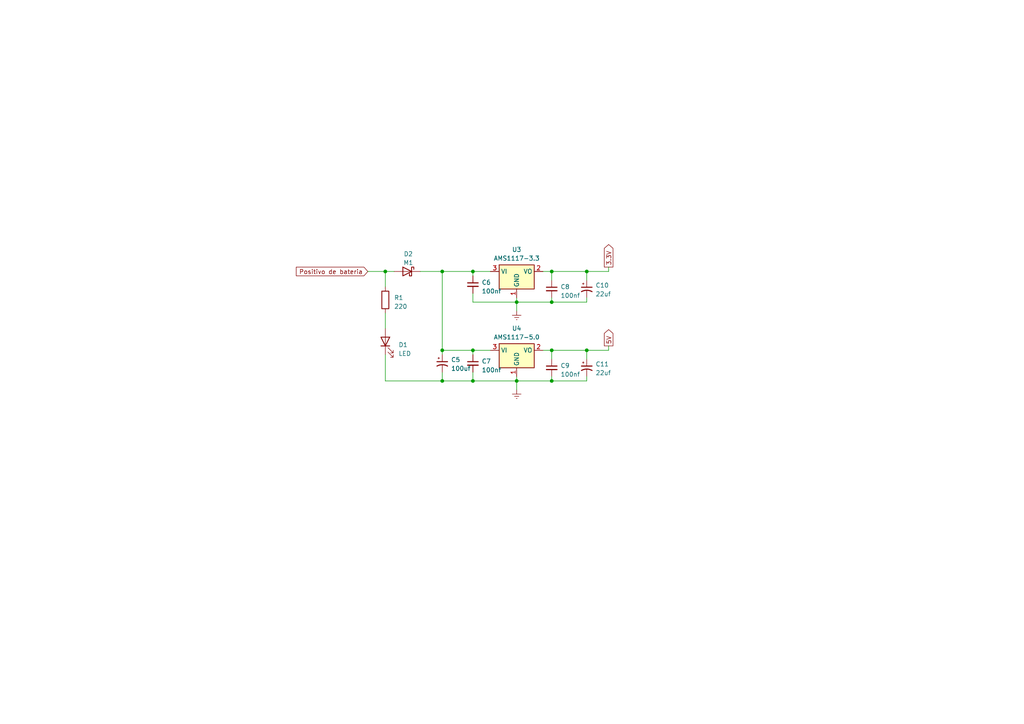
<source format=kicad_sch>
(kicad_sch (version 20230121) (generator eeschema)
  (paper "A4")
  (lib_symbols
    (symbol "Device:C_Polarized_Small_US" (pin_numbers hide) (pin_names (offset 0.254) hide)
      (property "Reference" "C" (at 0.254 1.778 0))
      (property "Value" "C_Polarized_Small_US" (at 0.254 -2.032 0))
      (symbol "C_Polarized_Small_US_0_1"
        (polyline (pts (xy -1.524 0.508) (xy 1.524 0.508)) (stroke (width 0.3048)))
        (polyline (pts (xy -1.27 1.524) (xy -0.762 1.524)))
        (polyline (pts (xy -1.016 1.27) (xy -1.016 1.778)))
        (arc (start 1.524 -0.762) (mid 0 -0.3734) (end -1.524 -0.762) (stroke (width 0.3048)))
      )
      (symbol "C_Polarized_Small_US_1_1"
        (pin passive line (at 0 2.54 270) (length 2.032) (name "~") (number "1"))
        (pin passive line (at 0 -2.54 90) (length 2.032) (name "~") (number "2"))
      )
    )
    (symbol "Device:C_Small" (pin_numbers hide) (pin_names (offset 0.254) hide)
      (property "Reference" "C" (at 0.254 1.778 0))
      (property "Value" "C_Small" (at 0.254 -2.032 0))
      (symbol "C_Small_0_1"
        (polyline (pts (xy -1.524 -0.508) (xy 1.524 -0.508)) (stroke (width 0.3302)))
        (polyline (pts (xy -1.524 0.508) (xy 1.524 0.508)) (stroke (width 0.3048)))
      )
      (symbol "C_Small_1_1"
        (pin passive line (at 0 2.54 270) (length 2.032) (name "~") (number "1"))
        (pin passive line (at 0 -2.54 90) (length 2.032) (name "~") (number "2"))
      )
    )
    (symbol "Device:LED" (pin_numbers hide) (pin_names (offset 1.016) hide)
      (property "Reference" "D" (at 0 2.54 0))
      (property "Value" "LED" (at 0 -2.54 0))
      (symbol "LED_0_1"
        (polyline (pts (xy -1.27 -1.27) (xy -1.27 1.27)) (stroke (width 0.254)))
        (polyline (pts (xy -1.27 0) (xy 1.27 0)))
        (polyline (pts (xy 1.27 -1.27) (xy 1.27 1.27) (xy -1.27 0) (xy 1.27 -1.27)) (stroke (width 0.254)))
        (polyline (pts (xy -3.048 -0.762) (xy -4.572 -2.286) (xy -3.81 -2.286) (xy -4.572 -2.286) (xy -4.572 -1.524)))
        (polyline (pts (xy -1.778 -0.762) (xy -3.302 -2.286) (xy -2.54 -2.286) (xy -3.302 -2.286) (xy -3.302 -1.524)))
      )
      (symbol "LED_1_1"
        (pin passive line (at -3.81 0 0) (length 2.54) (name "K") (number "1"))
        (pin passive line (at 3.81 0 180) (length 2.54) (name "A") (number "2"))
      )
    )
    (symbol "Device:R" (pin_numbers hide) (pin_names (offset 0))
      (property "Reference" "R" (at 2.032 0 90))
      (property "Value" "R" (at 0 0 90))
      (symbol "R_0_1"
        (rectangle (start -1.016 -2.54) (end 1.016 2.54) (stroke (width 0.254)))
      )
      (symbol "R_1_1"
        (pin passive line (at 0 3.81 270) (length 1.27) (name "~") (number "1"))
        (pin passive line (at 0 -3.81 90) (length 1.27) (name "~") (number "2"))
      )
    )
    (symbol "Diode:B120-E3" (pin_numbers hide) (pin_names hide)
      (property "Reference" "D" (at 0 2.54 0))
      (property "Value" "B120-E3" (at 0 -2.54 0))
      (symbol "B120-E3_0_1"
        (polyline (pts (xy 1.27 0) (xy -1.27 0)))
        (polyline (pts (xy 1.27 1.27) (xy 1.27 -1.27) (xy -1.27 0) (xy 1.27 1.27)) (stroke (width 0.254)))
        (polyline (pts (xy -1.905 0.635) (xy -1.905 1.27) (xy -1.27 1.27) (xy -1.27 -1.27) (xy -0.635 -1.27) (xy -0.635 -0.635)) (stroke (width 0.254)))
      )
      (symbol "B120-E3_1_1"
        (pin passive line (at -3.81 0 0) (length 2.54) (name "K") (number "1"))
        (pin passive line (at 3.81 0 180) (length 2.54) (name "A") (number "2"))
      )
    )
    (symbol "Regulator_Linear:AMS1117-3.3"
      (property "Reference" "U" (at -3.81 3.175 0))
      (property "Value" "AMS1117-3.3" (at 0 3.175 0))
      (symbol "AMS1117-3.3_0_1"
        (rectangle (start -5.08 -5.08) (end 5.08 1.905) (stroke (width 0.254)) (fill (type background)))
      )
      (symbol "AMS1117-3.3_1_1"
        (pin power_in line (at 0 -7.62 90) (length 2.54) (name "GND") (number "1"))
        (pin power_out line (at 7.62 0 180) (length 2.54) (name "VO") (number "2"))
        (pin power_in line (at -7.62 0 0) (length 2.54) (name "VI") (number "3"))
      )
    )
    (symbol "Regulator_Linear:AMS1117-5.0"
      (property "Reference" "U" (at -3.81 3.175 0))
      (property "Value" "AMS1117-5.0" (at 0 3.175 0))
      (symbol "AMS1117-5.0_0_1"
        (rectangle (start -5.08 -5.08) (end 5.08 1.905) (stroke (width 0.254)) (fill (type background)))
      )
      (symbol "AMS1117-5.0_1_1"
        (pin power_in line (at 0 -7.62 90) (length 2.54) (name "GND") (number "1"))
        (pin power_out line (at 7.62 0 180) (length 2.54) (name "VO") (number "2"))
        (pin power_in line (at -7.62 0 0) (length 2.54) (name "VI") (number "3"))
      )
    )
    (symbol "power:Earth" (power) (pin_names (offset 0))
      (symbol "Earth_0_1"
        (polyline (pts (xy -0.635 -1.905) (xy 0.635 -1.905)))
        (polyline (pts (xy -0.127 -2.54) (xy 0.127 -2.54)))
        (polyline (pts (xy 0 -1.27) (xy 0 0)))
        (polyline (pts (xy 1.27 -1.27) (xy -1.27 -1.27)))
      )
      (symbol "Earth_1_1"
        (pin power_in line (at 0 0 270) (length 0) hide (name "Earth") (number "1"))
      )
    )
  )
  (junction (at 160.02 101.6))
  (junction (at 128.27 78.74))
  (junction (at 170.18 78.74))
  (junction (at 160.02 78.74))
  (junction (at 170.18 101.6))
  (junction (at 128.27 110.49))
  (junction (at 160.02 87.63))
  (junction (at 149.86 87.63))
  (junction (at 160.02 110.49))
  (junction (at 137.16 78.74))
  (junction (at 137.16 101.6))
  (junction (at 111.76 78.74))
  (junction (at 149.86 110.49))
  (junction (at 128.27 101.6))
  (junction (at 137.16 110.49))
  (wire (pts (xy 170.18 110.49) (xy 160.02 110.49)))
  (wire (pts (xy 111.76 110.49) (xy 128.27 110.49)))
  (wire (pts (xy 170.18 101.6) (xy 170.18 104.14)))
  (wire (pts (xy 137.16 101.6) (xy 142.24 101.6)))
  (wire (pts (xy 160.02 86.36) (xy 160.02 87.63)))
  (wire (pts (xy 149.86 87.63) (xy 160.02 87.63)))
  (wire (pts (xy 106.68 78.74) (xy 111.76 78.74)))
  (wire (pts (xy 137.16 78.74) (xy 142.24 78.74)))
  (wire (pts (xy 170.18 78.74) (xy 176.53 78.74)))
  (wire (pts (xy 160.02 109.22) (xy 160.02 110.49)))
  (wire (pts (xy 111.76 102.87) (xy 111.76 110.49)))
  (wire (pts (xy 128.27 107.95) (xy 128.27 110.49)))
  (wire (pts (xy 137.16 107.95) (xy 137.16 110.49)))
  (wire (pts (xy 170.18 101.6) (xy 176.53 101.6)))
  (wire (pts (xy 137.16 78.74) (xy 137.16 80.01)))
  (wire (pts (xy 149.86 87.63) (xy 149.86 90.17)))
  (wire (pts (xy 128.27 78.74) (xy 137.16 78.74)))
  (wire (pts (xy 160.02 78.74) (xy 160.02 81.28)))
  (wire (pts (xy 170.18 78.74) (xy 170.18 81.28)))
  (wire (pts (xy 128.27 110.49) (xy 137.16 110.49)))
  (wire (pts (xy 137.16 110.49) (xy 149.86 110.49)))
  (wire (pts (xy 157.48 101.6) (xy 160.02 101.6)))
  (wire (pts (xy 121.92 78.74) (xy 128.27 78.74)))
  (wire (pts (xy 111.76 83.185) (xy 111.76 78.74)))
  (wire (pts (xy 160.02 78.74) (xy 170.18 78.74)))
  (wire (pts (xy 149.86 87.63) (xy 149.86 86.36)))
  (wire (pts (xy 137.16 87.63) (xy 149.86 87.63)))
  (wire (pts (xy 149.86 110.49) (xy 149.86 109.22)))
  (wire (pts (xy 128.27 101.6) (xy 128.27 78.74)))
  (wire (pts (xy 176.53 101.6) (xy 176.53 100.33)))
  (wire (pts (xy 157.48 78.74) (xy 160.02 78.74)))
  (wire (pts (xy 160.02 101.6) (xy 160.02 104.14)))
  (wire (pts (xy 176.53 78.74) (xy 176.53 77.47)))
  (wire (pts (xy 160.02 87.63) (xy 170.18 87.63)))
  (wire (pts (xy 111.76 90.805) (xy 111.76 95.25)))
  (wire (pts (xy 149.86 110.49) (xy 149.86 113.03)))
  (wire (pts (xy 160.02 101.6) (xy 170.18 101.6)))
  (wire (pts (xy 111.76 78.74) (xy 114.3 78.74)))
  (wire (pts (xy 149.86 110.49) (xy 160.02 110.49)))
  (wire (pts (xy 137.16 101.6) (xy 137.16 102.87)))
  (wire (pts (xy 170.18 109.22) (xy 170.18 110.49)))
  (wire (pts (xy 170.18 86.36) (xy 170.18 87.63)))
  (wire (pts (xy 137.16 85.09) (xy 137.16 87.63)))
  (wire (pts (xy 128.27 101.6) (xy 137.16 101.6)))
  (wire (pts (xy 128.27 101.6) (xy 128.27 102.87)))
  (global_label "3.3V" (shape output) (at 176.53 77.47 90) (property "Intersheetrefs" "${INTERSHEET_REFS}" (effects hide)))
  (global_label "Positivo de bateria" (shape input) (at 106.68 78.74 180) (property "Intersheetrefs" "${INTERSHEET_REFS}" (effects hide)))
  (global_label "5V" (shape output) (at 176.53 100.33 90) (property "Intersheetrefs" "${INTERSHEET_REFS}" (effects hide)))
  (symbol (lib_id "Regulator_Linear:AMS1117-5.0") (at 149.86 101.6 0) (unit 1)
    (property "Reference" "U4" (at 149.86 95.25 0))
    (property "Value" "AMS1117-5.0" (at 149.86 97.79 0))
    (property "Footprint" "Package_TO_SOT_SMD:SOT-223-3_TabPin2" (effects hide))
    (property "Datasheet" "http://www.advanced-monolithic.com/pdf/ds1117.pdf" (effects hide))
    (instances (project "KISS_V2" (path "" (reference "U4") (unit 1))) (project "reguladores" (path "" (reference "U1") (unit 1))))
  )
  (symbol (lib_id "Device:R") (at 111.76 86.995 0) (unit 1)
    (property "Reference" "R1" (at 114.3 86.36 0) (effects (justify left)))
    (property "Value" "220" (at 114.3 88.9 0) (effects (justify left)))
    (property "Footprint" "Resistor_SMD:R_0603_1608Metric" (effects hide))
    (instances (project "KISS_V2" (path "" (reference "R1") (unit 1)) (path "" (reference "R5") (unit 1))))
  )
  (symbol (lib_id "Device:C_Polarized_Small_US") (at 170.18 106.68 0) (unit 1)
    (property "Reference" "C11" (at 172.72 105.6132 0) (effects (justify left)))
    (property "Value" "22uf" (at 172.72 108.1532 0) (effects (justify left)))
    (property "Footprint" "Capacitor_SMD:CP_Elec_3x5.3" (effects hide))
    (instances (project "KISS_V2" (path "" (reference "C11") (unit 1))) (project "reguladores" (path "" (reference "C7") (unit 1))))
  )
  (symbol (lib_id "Device:LED") (at 111.76 99.06 90) (unit 1)
    (property "Reference" "D1" (at 115.57 100.0125 90) (effects (justify right)))
    (property "Value" "LED" (at 115.57 102.5525 90) (effects (justify right)))
    (property "Footprint" "LED_SMD:LED_1206_3216Metric" (effects hide))
    (instances (project "KISS_V2" (path "" (reference "D1") (unit 1))) (project "reguladores" (path "" (reference "D2") (unit 1))))
  )
  (symbol (lib_id "Device:C_Small") (at 160.02 106.68 0) (unit 1)
    (property "Reference" "C9" (at 162.56 106.0513 0) (effects (justify left)))
    (property "Value" "100nf" (at 162.56 108.5913 0) (effects (justify left)))
    (property "Footprint" "Capacitor_SMD:C_0603_1608Metric_Pad1.08x0.95mm_HandSolder" (effects hide))
    (instances (project "KISS_V2" (path "" (reference "C9") (unit 1))) (project "reguladores" (path "" (reference "C6") (unit 1))))
  )
  (symbol (lib_id "Regulator_Linear:AMS1117-3.3") (at 149.86 78.74 0) (unit 1)
    (property "Reference" "U3" (at 149.86 72.39 0))
    (property "Value" "AMS1117-3.3" (at 149.86 74.93 0))
    (property "Footprint" "Package_TO_SOT_SMD:SOT-223-3_TabPin2" (effects hide))
    (property "Datasheet" "http://www.advanced-monolithic.com/pdf/ds1117.pdf" (effects hide))
    (instances (project "KISS_V2" (path "" (reference "U3") (unit 1))) (project "reguladores" (path "" (reference "U2") (unit 1))))
  )
  (symbol (lib_id "Device:C_Polarized_Small_US") (at 170.18 83.82 0) (unit 1)
    (property "Reference" "C10" (at 172.72 82.7532 0) (effects (justify left)))
    (property "Value" "22uf" (at 172.72 85.2932 0) (effects (justify left)))
    (property "Footprint" "Capacitor_SMD:CP_Elec_3x5.3" (effects hide))
    (instances (project "KISS_V2" (path "" (reference "C10") (unit 1))) (project "reguladores" (path "" (reference "C4") (unit 1))))
  )
  (symbol (lib_id "power:Earth") (at 149.86 90.17 0) (unit 1)
    (property "Reference" "#PWR07" (effects hide))
    (property "Value" "Earth" (effects hide))
    (instances (project "KISS_V2" (path "" (reference "#PWR07") (unit 1))) (project "reguladores" (path "" (reference "#PWR01") (unit 1))))
  )
  (symbol (lib_id "power:Earth") (at 149.86 113.03 0) (unit 1)
    (property "Reference" "#PWR08" (effects hide))
    (property "Value" "Earth" (effects hide))
    (instances (project "KISS_V2" (path "" (reference "#PWR08") (unit 1))) (project "reguladores" (path "" (reference "#PWR04") (unit 1))))
  )
  (symbol (lib_id "Device:C_Polarized_Small_US") (at 128.27 105.41 0) (unit 1)
    (property "Reference" "C5" (at 130.81 104.3432 0) (effects (justify left)))
    (property "Value" "100uf" (at 130.81 106.8832 0) (effects (justify left)))
    (property "Footprint" "Capacitor_SMD:CP_Elec_3x5.3" (effects hide))
    (instances (project "KISS_V2" (path "" (reference "C5") (unit 1))) (project "reguladores" (path "" (reference "C1") (unit 1))))
  )
  (symbol (lib_id "Diode:B120-E3") (at 118.11 78.74 0) (mirror y) (unit 1)
    (property "Reference" "D2" (at 118.4275 73.66 0))
    (property "Value" "M1" (at 118.4275 76.2 0))
    (property "Footprint" "Diode_SMD:D_SMA" (effects hide))
    (property "Datasheet" "http://www.vishay.com/docs/88946/b120.pdf" (effects hide))
    (instances (project "KISS_V2" (path "" (reference "D2") (unit 1))) (project "reguladores" (path "" (reference "D1") (unit 1))))
  )
  (symbol (lib_id "Device:C_Small") (at 160.02 83.82 0) (unit 1)
    (property "Reference" "C8" (at 162.56 83.1913 0) (effects (justify left)))
    (property "Value" "100nf" (at 162.56 85.7313 0) (effects (justify left)))
    (property "Footprint" "Capacitor_SMD:C_0603_1608Metric_Pad1.08x0.95mm_HandSolder" (effects hide))
    (instances (project "KISS_V2" (path "" (reference "C8") (unit 1))) (project "reguladores" (path "" (reference "C3") (unit 1))))
  )
  (symbol (lib_id "Device:C_Small") (at 137.16 105.41 0) (unit 1)
    (property "Reference" "C7" (at 139.7 104.7813 0) (effects (justify left)))
    (property "Value" "100nf" (at 139.7 107.3213 0) (effects (justify left)))
    (property "Footprint" "Capacitor_SMD:C_0603_1608Metric_Pad1.08x0.95mm_HandSolder" (effects hide))
    (instances (project "KISS_V2" (path "" (reference "C7") (unit 1))) (project "reguladores" (path "" (reference "C5") (unit 1))))
  )
  (symbol (lib_id "Device:C_Small") (at 137.16 82.55 0) (unit 1)
    (property "Reference" "C6" (at 139.7 81.9213 0) (effects (justify left)))
    (property "Value" "100nf" (at 139.7 84.4613 0) (effects (justify left)))
    (property "Footprint" "Capacitor_SMD:C_0603_1608Metric_Pad1.08x0.95mm_HandSolder" (effects hide))
    (instances (project "KISS_V2" (path "" (reference "C6") (unit 1))) (project "reguladores" (path "" (reference "C2") (unit 1))))
  )
)
</source>
